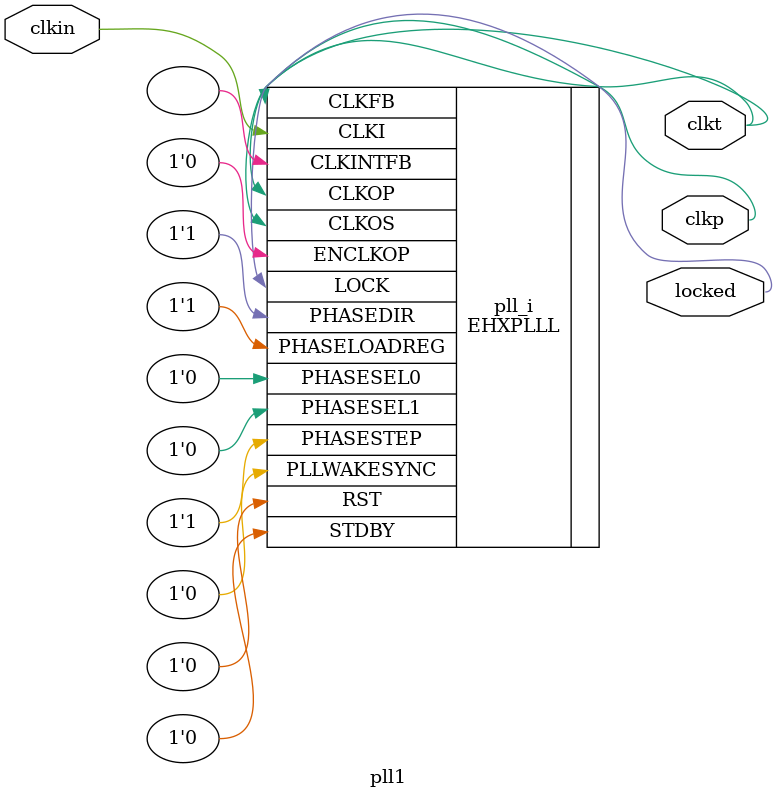
<source format=v>
module pll1
(
    input clkin, // 50 MHz, 0 deg
    output clkt, // 250 MHz, 0 deg
    output clkp, // 25 MHz, 0 deg
    output locked
);
(* FREQUENCY_PIN_CLKI="50" *)
(* FREQUENCY_PIN_CLKOP="250" *)
(* FREQUENCY_PIN_CLKOS="25" *)
(* ICP_CURRENT="12" *) (* LPF_RESISTOR="8" *) (* MFG_ENABLE_FILTEROPAMP="1" *) (* MFG_GMCREF_SEL="2" *)
EHXPLLL #(
        .PLLRST_ENA("DISABLED"),
        .INTFB_WAKE("DISABLED"),
        .STDBY_ENABLE("DISABLED"),
        .DPHASE_SOURCE("DISABLED"),
        .OUTDIVIDER_MUXA("DIVA"),
        .OUTDIVIDER_MUXB("DIVB"),
        .OUTDIVIDER_MUXC("DIVC"),
        .OUTDIVIDER_MUXD("DIVD"),
        .CLKI_DIV(1),
        .CLKOP_ENABLE("ENABLED"),
        .CLKOP_DIV(2),
        .CLKOP_CPHASE(0),
        .CLKOP_FPHASE(0),
        .CLKOS_ENABLE("ENABLED"),
        .CLKOS_DIV(20),
        .CLKOS_CPHASE(0),
        .CLKOS_FPHASE(0),
        .FEEDBK_PATH("CLKOP"),
        .CLKFB_DIV(5)
    ) pll_i (
        .RST(1'b0),
        .STDBY(1'b0),
        .CLKI(clkin),
        .CLKOP(clkt),
        .CLKOS(clkp),
        .CLKFB(clkt),
        .CLKINTFB(),
        .PHASESEL0(1'b0),
        .PHASESEL1(1'b0),
        .PHASEDIR(1'b1),
        .PHASESTEP(1'b1),
        .PHASELOADREG(1'b1),
        .PLLWAKESYNC(1'b0),
        .ENCLKOP(1'b0),
        .LOCK(locked)
	);
endmodule

</source>
